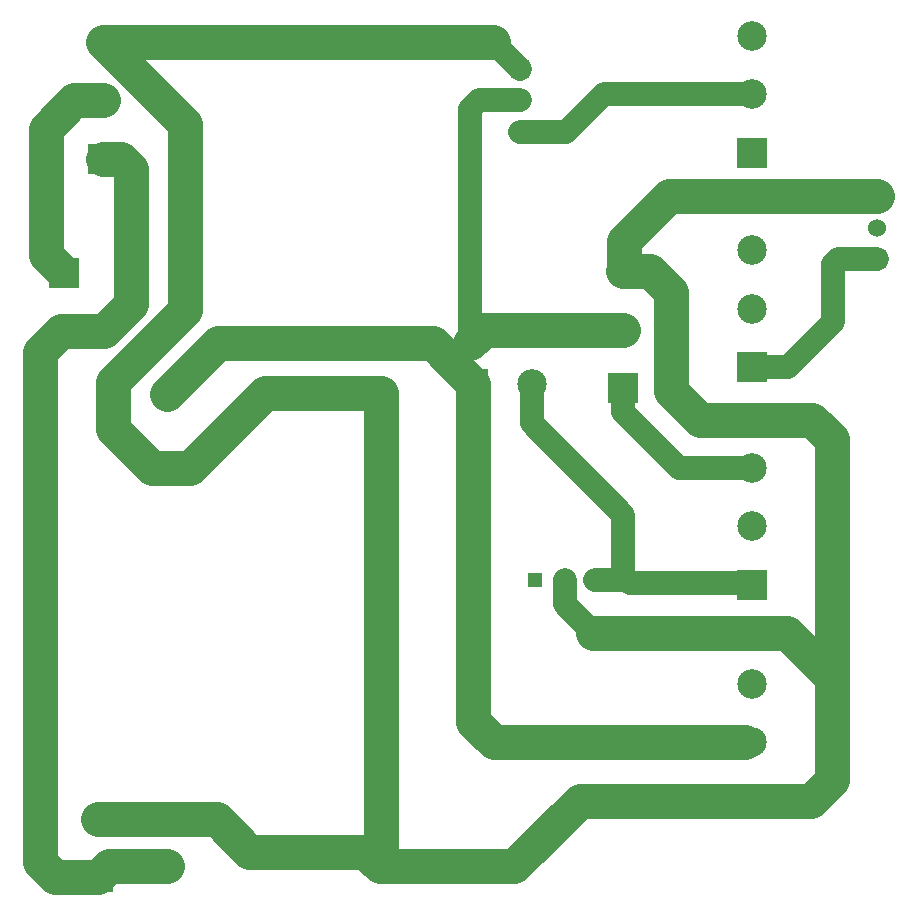
<source format=gbl>
G04*
G04 #@! TF.GenerationSoftware,Altium Limited,Altium Designer,20.2.4 (192)*
G04*
G04 Layer_Physical_Order=2*
G04 Layer_Color=16711680*
%FSLAX44Y44*%
%MOMM*%
G71*
G04*
G04 #@! TF.SameCoordinates,F4713572-4C88-472A-A992-6C8706FC9377*
G04*
G04*
G04 #@! TF.FilePolarity,Positive*
G04*
G01*
G75*
%ADD10C,2.0000*%
%ADD11C,3.0000*%
%ADD12C,0.2540*%
%ADD13C,2.5000*%
%ADD14R,2.5000X2.5000*%
%ADD15R,2.5000X2.5000*%
%ADD16C,1.5240*%
%ADD17R,1.5240X1.5240*%
%ADD18R,1.2000X1.2000*%
%ADD19C,1.2000*%
D10*
X842645Y567055D02*
X845680Y564020D01*
X839733Y569967D02*
X842645Y567055D01*
X815975D02*
X842645D01*
X815340Y566420D02*
X815975Y567055D01*
X789940Y546100D02*
Y566420D01*
Y546100D02*
X814070Y521970D01*
X1021080Y838200D02*
X1054100D01*
X1017270Y834390D02*
X1021080Y838200D01*
X979170Y746760D02*
X1017270Y784860D01*
Y834390D01*
X948690Y746760D02*
X979170D01*
X709930Y767080D02*
Y965200D01*
X822960Y977900D02*
X948690D01*
X791210Y946150D02*
X822960Y977900D01*
X751840Y946150D02*
X791210D01*
X717550Y972820D02*
X751840D01*
X709930Y965200D02*
X717550Y972820D01*
X728980Y1022350D02*
X751840Y999490D01*
X886460Y661670D02*
X942340D01*
X839470Y708660D02*
X886460Y661670D01*
X839470Y708660D02*
Y728980D01*
X940930Y564020D02*
X942340Y562610D01*
X845680Y564020D02*
X940930D01*
X839733Y569967D02*
Y622037D01*
X762000Y699770D02*
X839733Y622037D01*
X762000Y699770D02*
Y732790D01*
D11*
X878586Y891540D02*
X1054100D01*
X634660Y325170D02*
Y725170D01*
X840540Y853494D02*
X878586Y891540D01*
X802640Y379730D02*
X948690D01*
X998220D01*
X840540Y829110D02*
Y853494D01*
X633560Y324510D02*
X747420D01*
X496130Y767080D02*
X678180D01*
X453560Y724510D02*
X496130Y767080D01*
X535940Y725170D02*
X634660D01*
X472440Y661670D02*
X535940Y725170D01*
X440690Y661670D02*
X472440D01*
X407670Y694690D02*
X440690Y661670D01*
X407670Y694690D02*
Y734060D01*
X468630Y795020D01*
X398780Y1022350D02*
X468630Y952500D01*
Y795020D02*
Y952500D01*
X678180Y767080D02*
X709930Y735330D01*
Y767080D02*
X721360Y778510D01*
X398780Y1022350D02*
X728980D01*
X398780Y923290D02*
X414020D01*
X422910Y914400D01*
Y800100D02*
Y914400D01*
X400050Y777240D02*
X422910Y800100D01*
X365760Y777240D02*
X400050D01*
X350520Y842010D02*
X361950Y830580D01*
X999490Y702310D02*
X1016000Y685800D01*
Y483870D02*
Y685800D01*
X904240Y702310D02*
X999490D01*
X880110Y726440D02*
Y810260D01*
Y726440D02*
X904240Y702310D01*
X839470Y828040D02*
X862330D01*
X880110Y810260D01*
X721360Y778510D02*
X839470D01*
X814070Y521970D02*
X977900D01*
X998220Y379730D02*
X1016000Y397510D01*
Y483870D01*
X977900Y521970D02*
X1016000Y483870D01*
X712470Y446834D02*
X730044Y429260D01*
X712470Y446834D02*
Y732790D01*
X730044Y429260D02*
X942340D01*
X747420Y324510D02*
X802640Y379730D01*
X345440Y759460D02*
X363220Y777240D01*
X345440Y327660D02*
Y759460D01*
Y327660D02*
X358140Y314960D01*
X394970D01*
X374650Y972820D02*
X398780D01*
X350520Y948690D02*
X374650Y972820D01*
X350520Y842010D02*
Y948690D01*
X394970Y364490D02*
X495300D01*
X523033Y336757D01*
X394970Y314960D02*
X404520Y324510D01*
X453560D01*
X621313Y336757D02*
X633560Y324510D01*
X523033Y336757D02*
X621313D01*
D12*
X839470Y828040D02*
X840540Y829110D01*
X709930Y735330D02*
Y767080D01*
Y735330D02*
X712470Y732790D01*
X363220Y777240D02*
X365760D01*
X361950Y830580D02*
X365760Y826770D01*
D13*
Y777240D02*
D03*
X762000Y732790D02*
D03*
X839470Y828040D02*
D03*
Y778510D02*
D03*
X394970Y364490D02*
D03*
X948690Y478790D02*
D03*
Y429260D02*
D03*
Y661670D02*
D03*
Y612140D02*
D03*
Y845820D02*
D03*
Y796290D02*
D03*
Y1027430D02*
D03*
Y977900D02*
D03*
X398780Y972820D02*
D03*
Y1022350D02*
D03*
X454660Y325170D02*
D03*
X634660D02*
D03*
Y725170D02*
D03*
X454660D02*
D03*
D14*
X365760Y826770D02*
D03*
X839470Y728980D02*
D03*
X394970Y314960D02*
D03*
X948690Y379730D02*
D03*
Y562610D02*
D03*
Y746760D02*
D03*
Y928370D02*
D03*
X398780Y923290D02*
D03*
D15*
X712470Y732790D02*
D03*
D16*
X1054100Y891540D02*
D03*
Y864870D02*
D03*
X751840Y946150D02*
D03*
Y972820D02*
D03*
D17*
X1054100Y838200D02*
D03*
X751840Y999490D02*
D03*
D18*
X764540Y566420D02*
D03*
D19*
X789940D02*
D03*
X815340D02*
D03*
M02*

</source>
